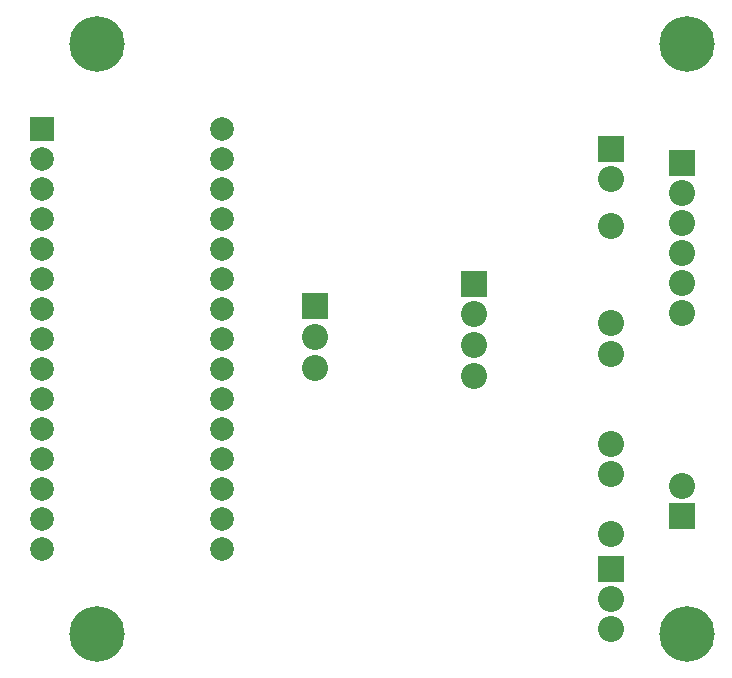
<source format=gbs>
G04 Layer: BottomSolderMaskLayer*
G04 EasyEDA v6.4.19.5, 2021-05-28T08:08:18--3:00*
G04 c9b473d587b343d0a851897dfaf33f8f,59636247558045d2802cba280e4ac9d9,10*
G04 Gerber Generator version 0.2*
G04 Scale: 100 percent, Rotated: No, Reflected: No *
G04 Dimensions in millimeters *
G04 leading zeros omitted , absolute positions ,4 integer and 5 decimal *
%FSLAX45Y45*%
%MOMM*%

%ADD26C,2.2032*%
%ADD27C,4.7032*%
%ADD29C,2.0032*%

%LPD*%
G36*
X5339841Y4376928D02*
G01*
X5339841Y4597400D01*
X5560313Y4597400D01*
X5560313Y4376928D01*
G37*
D26*
G01*
X5450077Y4233163D03*
G01*
X5450077Y3979163D03*
G01*
X5450077Y3725163D03*
G01*
X5450077Y3471163D03*
G01*
X5450077Y3217163D03*
G01*
X5450077Y1753870D03*
G36*
X5339841Y1389634D02*
G01*
X5339841Y1610105D01*
X5560313Y1610105D01*
X5560313Y1389634D01*
G37*
G36*
X4739893Y4493768D02*
G01*
X4739893Y4714239D01*
X4960111Y4714239D01*
X4960111Y4493768D01*
G37*
G01*
X4850002Y4350004D03*
G01*
X4849875Y1345945D03*
G01*
X4849875Y1853945D03*
G01*
X4851984Y3132581D03*
G01*
X4851984Y3958081D03*
G01*
X4850002Y2875000D03*
G01*
X4850002Y2113000D03*
D27*
G01*
X499998Y5499988D03*
G01*
X5499988Y5499988D03*
G01*
X499998Y499998D03*
G01*
X5499988Y499998D03*
G36*
X4739893Y943863D02*
G01*
X4739893Y1164081D01*
X4960111Y1164081D01*
X4960111Y943863D01*
G37*
D26*
G01*
X4850002Y799998D03*
G01*
X4850002Y545998D03*
G36*
X2234945Y3164839D02*
G01*
X2234945Y3385057D01*
X2455163Y3385057D01*
X2455163Y3164839D01*
G37*
G01*
X2345004Y2754985D03*
G01*
X3690010Y3205987D03*
G01*
X3690010Y2945968D03*
G01*
X2345004Y3014979D03*
G36*
X3579875Y3355847D02*
G01*
X3579875Y3576065D01*
X3800093Y3576065D01*
X3800093Y3355847D01*
G37*
G01*
X3690010Y2685973D03*
G36*
X-62229Y4677918D02*
G01*
X-62229Y4878070D01*
X138176Y4878070D01*
X138176Y4677918D01*
G37*
D29*
G01*
X38000Y4523999D03*
G01*
X38000Y4269999D03*
G01*
X38000Y4015999D03*
G01*
X38000Y3761999D03*
G01*
X38000Y3507999D03*
G01*
X38000Y3253999D03*
G01*
X38000Y2999999D03*
G01*
X38000Y2745999D03*
G01*
X38000Y2491999D03*
G01*
X38000Y2237999D03*
G01*
X38000Y1983999D03*
G01*
X38000Y1729999D03*
G01*
X38000Y1475999D03*
G01*
X38000Y1221999D03*
G01*
X1562000Y4777999D03*
G01*
X1562000Y4523999D03*
G01*
X1562000Y4269999D03*
G01*
X1562000Y4015999D03*
G01*
X1562000Y3761999D03*
G01*
X1562000Y3507999D03*
G01*
X1562000Y3253999D03*
G01*
X1562000Y2999999D03*
G01*
X1562000Y2745999D03*
G01*
X1562000Y2491999D03*
G01*
X1562000Y2237999D03*
G01*
X1562000Y1983999D03*
G01*
X1562000Y1729999D03*
G01*
X1562000Y1475999D03*
G01*
X1562000Y1221999D03*
M02*

</source>
